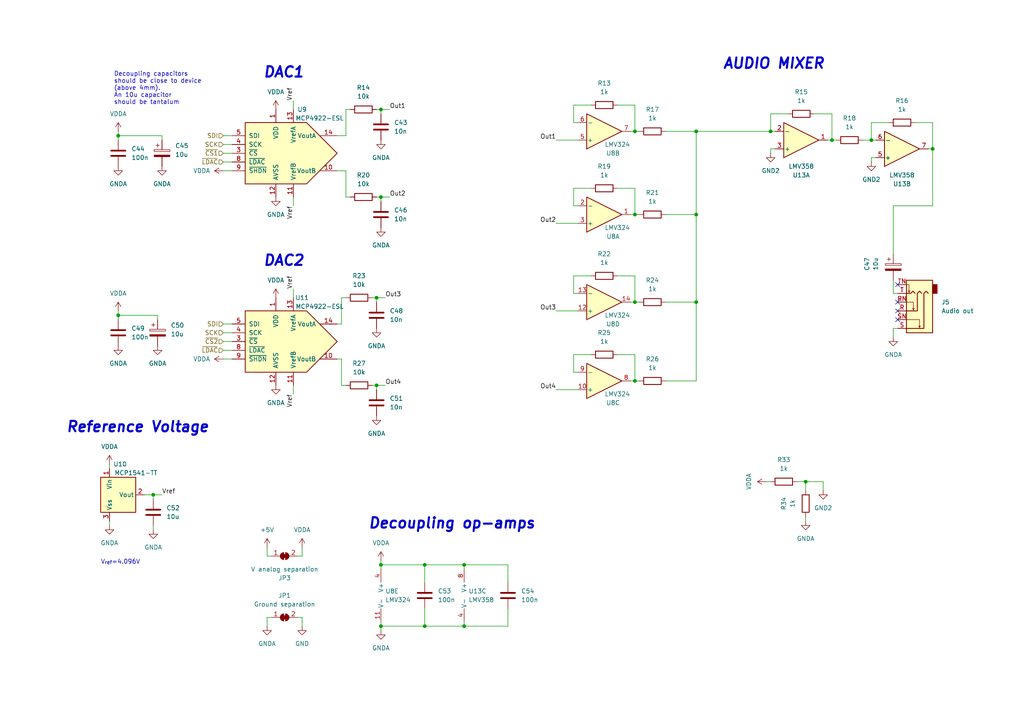
<source format=kicad_sch>
(kicad_sch (version 20231120) (generator "eeschema") (generator_version "8.0")
  (paper "A4")
  (lib_symbols
    (symbol "Amplifier_Operational:LMV324" (pin_names (offset 0.127))
      (property "Reference" "U" (at 0 5.08 0))
      (property "Value" "LMV324" (at 0 -5.08 0))
      (symbol "LMV324_1_1"
        (polyline (pts (xy -5.08 5.08) (xy 5.08 0) (xy -5.08 -5.08) (xy -5.08 5.08)) (stroke (width 0.254)) (fill (type background)))
        (pin output line (at 7.62 0 180) (length 2.54) (name "~") (number "1"))
        (pin input line (at -7.62 -2.54 0) (length 2.54) (name "-") (number "2"))
        (pin input line (at -7.62 2.54 0) (length 2.54) (name "+") (number "3"))
      )
      (symbol "LMV324_2_1"
        (polyline (pts (xy -5.08 5.08) (xy 5.08 0) (xy -5.08 -5.08) (xy -5.08 5.08)) (stroke (width 0.254)) (fill (type background)))
        (pin input line (at -7.62 2.54 0) (length 2.54) (name "+") (number "5"))
        (pin input line (at -7.62 -2.54 0) (length 2.54) (name "-") (number "6"))
        (pin output line (at 7.62 0 180) (length 2.54) (name "~") (number "7"))
      )
      (symbol "LMV324_3_1"
        (polyline (pts (xy -5.08 5.08) (xy 5.08 0) (xy -5.08 -5.08) (xy -5.08 5.08)) (stroke (width 0.254)) (fill (type background)))
        (pin input line (at -7.62 2.54 0) (length 2.54) (name "+") (number "10"))
        (pin output line (at 7.62 0 180) (length 2.54) (name "~") (number "8"))
        (pin input line (at -7.62 -2.54 0) (length 2.54) (name "-") (number "9"))
      )
      (symbol "LMV324_4_1"
        (polyline (pts (xy -5.08 5.08) (xy 5.08 0) (xy -5.08 -5.08) (xy -5.08 5.08)) (stroke (width 0.254)) (fill (type background)))
        (pin input line (at -7.62 2.54 0) (length 2.54) (name "+") (number "12"))
        (pin input line (at -7.62 -2.54 0) (length 2.54) (name "-") (number "13"))
        (pin output line (at 7.62 0 180) (length 2.54) (name "~") (number "14"))
      )
      (symbol "LMV324_5_1"
        (pin power_in line (at -2.54 -7.62 90) (length 3.81) (name "V-") (number "11"))
        (pin power_in line (at -2.54 7.62 270) (length 3.81) (name "V+") (number "4"))
      )
    )
    (symbol "Amplifier_Operational:LMV358" (pin_names (offset 0.127))
      (property "Reference" "U" (at 0 5.08 0))
      (property "Value" "LMV358" (at 0 -5.08 0))
      (symbol "LMV358_1_1"
        (polyline (pts (xy -5.08 5.08) (xy 5.08 0) (xy -5.08 -5.08) (xy -5.08 5.08)) (stroke (width 0.254)) (fill (type background)))
        (pin output line (at 7.62 0 180) (length 2.54) (name "~") (number "1"))
        (pin input line (at -7.62 -2.54 0) (length 2.54) (name "-") (number "2"))
        (pin input line (at -7.62 2.54 0) (length 2.54) (name "+") (number "3"))
      )
      (symbol "LMV358_2_1"
        (polyline (pts (xy -5.08 5.08) (xy 5.08 0) (xy -5.08 -5.08) (xy -5.08 5.08)) (stroke (width 0.254)) (fill (type background)))
        (pin input line (at -7.62 2.54 0) (length 2.54) (name "+") (number "5"))
        (pin input line (at -7.62 -2.54 0) (length 2.54) (name "-") (number "6"))
        (pin output line (at 7.62 0 180) (length 2.54) (name "~") (number "7"))
      )
      (symbol "LMV358_3_1"
        (pin power_in line (at -2.54 -7.62 90) (length 3.81) (name "V-") (number "4"))
        (pin power_in line (at -2.54 7.62 270) (length 3.81) (name "V+") (number "8"))
      )
    )
    (symbol "Analog_DAC:MCP4922-ESL" (pin_names (offset 1.016))
      (property "Reference" "U" (at -10.16 10.16 0))
      (property "Value" "MCP4922-ESL" (at 3.81 10.16 0))
      (symbol "MCP4922-ESL_0_1"
        (polyline (pts (xy -11.43 8.89) (xy 6.35 8.89) (xy 15.24 0) (xy 6.35 -8.89) (xy -11.43 -8.89) (xy -11.43 8.89)) (stroke (width 0.254)) (fill (type background)))
      )
      (symbol "MCP4922-ESL_1_1"
        (pin power_in line (at -2.54 12.7 270) (length 3.81) (name "VDD") (number "1"))
        (pin passive line (at 15.24 -5.08 180) (length 5.08) (name "VoutB") (number "10"))
        (pin passive line (at 2.54 -12.7 90) (length 3.81) (name "VrefB") (number "11"))
        (pin power_in line (at -2.54 -12.7 90) (length 3.81) (name "AVSS") (number "12"))
        (pin passive line (at 2.54 12.7 270) (length 3.81) (name "VrefA") (number "13"))
        (pin passive line (at 15.24 5.08 180) (length 5.08) (name "VoutA") (number "14"))
        (pin no_connect line (at -5.08 -8.89 90) (length 2.54) hide (name "NC") (number "2"))
        (pin input line (at -15.24 0 0) (length 3.81) (name "~{CS}") (number "3"))
        (pin input line (at -15.24 2.54 0) (length 3.81) (name "SCK") (number "4"))
        (pin input line (at -15.24 5.08 0) (length 3.81) (name "SDI") (number "5"))
        (pin no_connect line (at -7.62 -8.89 90) (length 2.54) hide (name "NC") (number "6"))
        (pin no_connect line (at -10.16 -8.89 90) (length 2.54) hide (name "NC") (number "7"))
        (pin input line (at -15.24 -2.54 0) (length 3.81) (name "~{LDAC}") (number "8"))
        (pin input line (at -15.24 -5.08 0) (length 3.81) (name "~{SHDN}") (number "9"))
      )
    )
    (symbol "Connector_Audio:AudioJack3_Switch"
      (property "Reference" "J" (at 0 11.43 0))
      (property "Value" "AudioJack3_Switch" (at 0 8.89 0))
      (symbol "AudioJack3_Switch_0_1"
        (rectangle (start -5.08 -5.08) (end -6.35 -7.62) (stroke (width 0.254)) (fill (type outline)))
        (polyline (pts (xy -1.27 4.826) (xy -1.016 4.318)))
        (polyline (pts (xy 0.508 -0.254) (xy 0.762 -0.762)))
        (polyline (pts (xy 1.778 -5.334) (xy 2.032 -5.842)))
        (polyline (pts (xy 0 -5.08) (xy 0.635 -5.715) (xy 1.27 -5.08) (xy 2.54 -5.08)) (stroke (width 0.254)))
        (polyline (pts (xy 2.54 -7.62) (xy 1.778 -7.62) (xy 1.778 -5.334) (xy 1.524 -5.842)))
        (polyline (pts (xy 2.54 -2.54) (xy 0.508 -2.54) (xy 0.508 -0.254) (xy 0.254 -0.762)))
        (polyline (pts (xy 2.54 2.54) (xy -1.27 2.54) (xy -1.27 4.826) (xy -1.524 4.318)))
        (polyline (pts (xy -1.905 -5.08) (xy -1.27 -5.715) (xy -0.635 -5.08) (xy -0.635 0) (xy 2.54 0)) (stroke (width 0.254)))
        (polyline (pts (xy 2.54 5.08) (xy -2.54 5.08) (xy -2.54 -5.08) (xy -3.175 -5.715) (xy -3.81 -5.08)) (stroke (width 0.254)))
        (rectangle (start 2.54 6.35) (end -5.08 -8.89) (stroke (width 0.254)) (fill (type background)))
      )
      (symbol "AudioJack3_Switch_1_1"
        (pin passive line (at 5.08 0 180) (length 2.54) (name "~") (number "R"))
        (pin passive line (at 5.08 -2.54 180) (length 2.54) (name "~") (number "RN"))
        (pin passive line (at 5.08 5.08 180) (length 2.54) (name "~") (number "S"))
        (pin passive line (at 5.08 2.54 180) (length 2.54) (name "~") (number "SN"))
        (pin passive line (at 5.08 -5.08 180) (length 2.54) (name "~") (number "T"))
        (pin passive line (at 5.08 -7.62 180) (length 2.54) (name "~") (number "TN"))
      )
    )
    (symbol "Device:C" (pin_numbers hide) (pin_names (offset 0.254))
      (property "Reference" "C" (at 0.635 2.54 0))
      (property "Value" "C" (at 0.635 -2.54 0))
      (symbol "C_0_1"
        (polyline (pts (xy -2.032 -0.762) (xy 2.032 -0.762)) (stroke (width 0.508)))
        (polyline (pts (xy -2.032 0.762) (xy 2.032 0.762)) (stroke (width 0.508)))
      )
      (symbol "C_1_1"
        (pin passive line (at 0 3.81 270) (length 2.794) (name "~") (number "1"))
        (pin passive line (at 0 -3.81 90) (length 2.794) (name "~") (number "2"))
      )
    )
    (symbol "Device:C_Polarized" (pin_numbers hide) (pin_names (offset 0.254))
      (property "Reference" "C" (at 0.635 2.54 0))
      (property "Value" "C_Polarized" (at 0.635 -2.54 0))
      (symbol "C_Polarized_0_1"
        (rectangle (start -2.286 0.508) (end 2.286 1.016))
        (polyline (pts (xy -1.778 2.286) (xy -0.762 2.286)))
        (polyline (pts (xy -1.27 2.794) (xy -1.27 1.778)))
        (rectangle (start 2.286 -0.508) (end -2.286 -1.016) (fill (type outline)))
      )
      (symbol "C_Polarized_1_1"
        (pin passive line (at 0 3.81 270) (length 2.794) (name "~") (number "1"))
        (pin passive line (at 0 -3.81 90) (length 2.794) (name "~") (number "2"))
      )
    )
    (symbol "Device:R" (pin_numbers hide) (pin_names (offset 0))
      (property "Reference" "R" (at 2.032 0 90))
      (property "Value" "R" (at 0 0 90))
      (symbol "R_0_1"
        (rectangle (start -1.016 -2.54) (end 1.016 2.54) (stroke (width 0.254)))
      )
      (symbol "R_1_1"
        (pin passive line (at 0 3.81 270) (length 1.27) (name "~") (number "1"))
        (pin passive line (at 0 -3.81 90) (length 1.27) (name "~") (number "2"))
      )
    )
    (symbol "Jumper:SolderJumper_2_Bridged" (pin_names (offset 0) hide)
      (property "Reference" "JP" (at 0 2.032 0))
      (property "Value" "SolderJumper_2_Bridged" (at 0 -2.54 0))
      (symbol "SolderJumper_2_Bridged_0_1"
        (rectangle (start -0.508 0.508) (end 0.508 -0.508) (fill (type outline)))
        (arc (start -0.254 1.016) (mid -1.2656 0) (end -0.254 -1.016))
        (arc (start -0.254 1.016) (mid -1.2656 0) (end -0.254 -1.016) (fill (type outline)))
        (polyline (pts (xy -0.254 1.016) (xy -0.254 -1.016)))
        (polyline (pts (xy 0.254 1.016) (xy 0.254 -1.016)))
        (arc (start 0.254 -1.016) (mid 1.2656 0) (end 0.254 1.016))
        (arc (start 0.254 -1.016) (mid 1.2656 0) (end 0.254 1.016) (fill (type outline)))
      )
      (symbol "SolderJumper_2_Bridged_1_1"
        (pin passive line (at -3.81 0 0) (length 2.54) (name "A") (number "1"))
        (pin passive line (at 3.81 0 180) (length 2.54) (name "B") (number "2"))
      )
    )
    (symbol "Reference_Voltage:MCP1541-TT"
      (property "Reference" "U" (at 1.27 8.255 0))
      (property "Value" "MCP1541-TT" (at 1.27 6.35 0))
      (symbol "MCP1541-TT_0_1"
        (rectangle (start -2.54 5.08) (end 7.62 -5.08) (stroke (width 0.254)) (fill (type background)))
      )
      (symbol "MCP1541-TT_1_1"
        (pin power_in line (at 0 7.62 270) (length 2.54) (name "Vin") (number "1"))
        (pin power_out line (at 10.16 0 180) (length 2.54) (name "Vout") (number "2"))
        (pin power_in line (at 0 -7.62 90) (length 2.54) (name "Vss") (number "3"))
      )
    )
    (symbol "power:+5V" (power) (pin_names (offset 0))
      (property "Value" "+5V" (at 0 3.556 0))
      (symbol "+5V_0_1"
        (polyline (pts (xy -0.762 1.27) (xy 0 2.54)))
        (polyline (pts (xy 0 0) (xy 0 2.54)))
        (polyline (pts (xy 0 2.54) (xy 0.762 1.27)))
      )
      (symbol "+5V_1_1"
        (pin power_in line (at 0 0 90) (length 0) hide (name "+5V") (number "1"))
      )
    )
    (symbol "power:GND" (power) (pin_names (offset 0))
      (property "Value" "GND" (at 0 -3.81 0))
      (symbol "GND_0_1"
        (polyline (pts (xy 0 0) (xy 0 -1.27) (xy 1.27 -1.27) (xy 0 -2.54) (xy -1.27 -1.27) (xy 0 -1.27)))
      )
      (symbol "GND_1_1"
        (pin power_in line (at 0 0 270) (length 0) hide (name "GND") (number "1"))
      )
    )
    (symbol "power:GND2" (power) (pin_numbers hide) (pin_names (offset 0) hide)
      (property "Value" "GND2" (at 0 -3.81 0))
      (symbol "GND2_0_1"
        (polyline (pts (xy 0 0) (xy 0 -1.27) (xy 1.27 -1.27) (xy 0 -2.54) (xy -1.27 -1.27) (xy 0 -1.27)))
      )
      (symbol "GND2_1_1"
        (pin power_in line (at 0 0 270) (length 0) (name "~") (number "1"))
      )
    )
    (symbol "power:GNDA" (power) (pin_names (offset 0))
      (property "Value" "GNDA" (at 0 -3.81 0))
      (symbol "GNDA_0_1"
        (polyline (pts (xy 0 0) (xy 0 -1.27) (xy 1.27 -1.27) (xy 0 -2.54) (xy -1.27 -1.27) (xy 0 -1.27)))
      )
      (symbol "GNDA_1_1"
        (pin power_in line (at 0 0 270) (length 0) hide (name "GNDA") (number "1"))
      )
    )
    (symbol "power:VDDA" (power) (pin_names (offset 0))
      (property "Value" "VDDA" (at 0 3.81 0))
      (symbol "VDDA_0_1"
        (polyline (pts (xy -0.762 1.27) (xy 0 2.54)))
        (polyline (pts (xy 0 0) (xy 0 2.54)))
        (polyline (pts (xy 0 2.54) (xy 0.762 1.27)))
      )
      (symbol "VDDA_1_1"
        (pin power_in line (at 0 0 90) (length 0) hide (name "VDDA") (number "1"))
      )
    )
  )
  (junction (at 44.45 143.51))
  (junction (at 184.15 87.63))
  (junction (at 110.49 181.61))
  (junction (at 134.62 163.83))
  (junction (at 233.68 139.7))
  (junction (at 109.22 86.36))
  (junction (at 252.73 40.64))
  (junction (at 184.15 62.23))
  (junction (at 134.62 181.61))
  (junction (at 184.15 38.1))
  (junction (at 241.3 40.64))
  (junction (at 110.49 57.15))
  (junction (at 34.29 39.37))
  (junction (at 201.93 87.63))
  (junction (at 184.15 110.49))
  (junction (at 123.19 181.61))
  (junction (at 270.51 43.18))
  (junction (at 201.93 38.1))
  (junction (at 34.29 91.44))
  (junction (at 123.19 163.83))
  (junction (at 223.52 38.1))
  (junction (at 110.49 31.75))
  (junction (at 110.49 163.83))
  (junction (at 109.22 111.76))
  (junction (at 201.93 62.23))
  (no_connect (at 260.35 82.55))
  (no_connect (at 260.35 92.71))
  (no_connect (at 260.35 87.63))
  (no_connect (at 260.35 90.17))
  (wire (pts (xy 34.29 38.1) (xy 34.29 39.37)))
  (wire (pts (xy 166.37 30.48) (xy 171.45 30.48)))
  (wire (pts (xy 184.15 110.49) (xy 182.88 110.49)))
  (wire (pts (xy 109.22 111.76) (xy 111.76 111.76)))
  (wire (pts (xy 46.99 39.37) (xy 46.99 40.64)))
  (wire (pts (xy 184.15 38.1) (xy 182.88 38.1)))
  (wire (pts (xy 134.62 180.34) (xy 134.62 181.61)))
  (wire (pts (xy 179.07 30.48) (xy 184.15 30.48)))
  (wire (pts (xy 85.09 59.69) (xy 85.09 57.15)))
  (wire (pts (xy 201.93 62.23) (xy 201.93 87.63)))
  (wire (pts (xy 161.29 90.17) (xy 167.64 90.17)))
  (wire (pts (xy 259.08 85.09) (xy 260.35 85.09)))
  (wire (pts (xy 44.45 143.51) (xy 46.99 143.51)))
  (wire (pts (xy 179.07 102.87) (xy 184.15 102.87)))
  (wire (pts (xy 233.68 139.7) (xy 233.68 142.24)))
  (wire (pts (xy 166.37 35.56) (xy 167.64 35.56)))
  (wire (pts (xy 250.19 40.64) (xy 252.73 40.64)))
  (wire (pts (xy 201.93 38.1) (xy 223.52 38.1)))
  (wire (pts (xy 64.77 99.06) (xy 67.31 99.06)))
  (wire (pts (xy 233.68 139.7) (xy 238.76 139.7)))
  (wire (pts (xy 252.73 35.56) (xy 257.81 35.56)))
  (wire (pts (xy 110.49 180.34) (xy 110.49 181.61)))
  (wire (pts (xy 87.63 161.29) (xy 87.63 158.75)))
  (wire (pts (xy 109.22 113.03) (xy 109.22 111.76)))
  (wire (pts (xy 110.49 58.42) (xy 110.49 57.15)))
  (wire (pts (xy 44.45 143.51) (xy 41.91 143.51)))
  (wire (pts (xy 110.49 57.15) (xy 109.22 57.15)))
  (wire (pts (xy 259.08 95.25) (xy 259.08 97.79)))
  (wire (pts (xy 34.29 91.44) (xy 34.29 92.71)))
  (wire (pts (xy 45.72 91.44) (xy 45.72 92.71)))
  (wire (pts (xy 236.22 33.02) (xy 241.3 33.02)))
  (wire (pts (xy 241.3 33.02) (xy 241.3 40.64)))
  (wire (pts (xy 85.09 29.21) (xy 85.09 31.75)))
  (wire (pts (xy 238.76 142.24) (xy 238.76 139.7)))
  (wire (pts (xy 241.3 40.64) (xy 242.57 40.64)))
  (wire (pts (xy 166.37 107.95) (xy 166.37 102.87)))
  (wire (pts (xy 110.49 162.56) (xy 110.49 163.83)))
  (wire (pts (xy 86.36 179.07) (xy 87.63 179.07)))
  (wire (pts (xy 64.77 104.14) (xy 67.31 104.14)))
  (wire (pts (xy 109.22 111.76) (xy 107.95 111.76)))
  (wire (pts (xy 184.15 87.63) (xy 185.42 87.63)))
  (wire (pts (xy 252.73 40.64) (xy 252.73 35.56)))
  (wire (pts (xy 99.06 104.14) (xy 97.79 104.14)))
  (wire (pts (xy 87.63 179.07) (xy 87.63 181.61)))
  (wire (pts (xy 31.75 152.4) (xy 31.75 151.13)))
  (wire (pts (xy 179.07 80.01) (xy 184.15 80.01)))
  (wire (pts (xy 270.51 35.56) (xy 270.51 43.18)))
  (wire (pts (xy 134.62 163.83) (xy 147.32 163.83)))
  (wire (pts (xy 259.08 81.28) (xy 259.08 85.09)))
  (wire (pts (xy 201.93 110.49) (xy 201.93 87.63)))
  (wire (pts (xy 123.19 181.61) (xy 134.62 181.61)))
  (wire (pts (xy 34.29 91.44) (xy 45.72 91.44)))
  (wire (pts (xy 166.37 85.09) (xy 167.64 85.09)))
  (wire (pts (xy 110.49 181.61) (xy 110.49 182.88)))
  (wire (pts (xy 64.77 41.91) (xy 67.31 41.91)))
  (wire (pts (xy 166.37 85.09) (xy 166.37 80.01)))
  (wire (pts (xy 193.04 110.49) (xy 201.93 110.49)))
  (wire (pts (xy 110.49 181.61) (xy 123.19 181.61)))
  (wire (pts (xy 231.14 139.7) (xy 233.68 139.7)))
  (wire (pts (xy 184.15 110.49) (xy 185.42 110.49)))
  (wire (pts (xy 270.51 43.18) (xy 270.51 59.69)))
  (wire (pts (xy 166.37 35.56) (xy 166.37 30.48)))
  (wire (pts (xy 166.37 102.87) (xy 171.45 102.87)))
  (wire (pts (xy 147.32 163.83) (xy 147.32 168.91)))
  (wire (pts (xy 64.77 96.52) (xy 67.31 96.52)))
  (wire (pts (xy 109.22 87.63) (xy 109.22 86.36)))
  (wire (pts (xy 260.35 95.25) (xy 259.08 95.25)))
  (wire (pts (xy 241.3 40.64) (xy 240.03 40.64)))
  (wire (pts (xy 166.37 54.61) (xy 171.45 54.61)))
  (wire (pts (xy 184.15 102.87) (xy 184.15 110.49)))
  (wire (pts (xy 184.15 62.23) (xy 185.42 62.23)))
  (wire (pts (xy 110.49 57.15) (xy 113.03 57.15)))
  (wire (pts (xy 85.09 111.76) (xy 85.09 114.3)))
  (wire (pts (xy 179.07 54.61) (xy 184.15 54.61)))
  (wire (pts (xy 252.73 40.64) (xy 254 40.64)))
  (wire (pts (xy 110.49 163.83) (xy 110.49 165.1)))
  (wire (pts (xy 184.15 38.1) (xy 185.42 38.1)))
  (wire (pts (xy 193.04 38.1) (xy 201.93 38.1)))
  (wire (pts (xy 77.47 179.07) (xy 77.47 181.61)))
  (wire (pts (xy 193.04 62.23) (xy 201.93 62.23)))
  (wire (pts (xy 100.33 31.75) (xy 100.33 39.37)))
  (wire (pts (xy 265.43 35.56) (xy 270.51 35.56)))
  (wire (pts (xy 31.75 134.62) (xy 31.75 135.89)))
  (wire (pts (xy 270.51 43.18) (xy 269.24 43.18)))
  (wire (pts (xy 223.52 33.02) (xy 228.6 33.02)))
  (wire (pts (xy 97.79 49.53) (xy 100.33 49.53)))
  (wire (pts (xy 223.52 43.18) (xy 223.52 44.45)))
  (wire (pts (xy 77.47 161.29) (xy 78.74 161.29)))
  (wire (pts (xy 64.77 44.45) (xy 67.31 44.45)))
  (wire (pts (xy 99.06 93.98) (xy 97.79 93.98)))
  (wire (pts (xy 44.45 153.67) (xy 44.45 152.4)))
  (wire (pts (xy 44.45 144.78) (xy 44.45 143.51)))
  (wire (pts (xy 77.47 158.75) (xy 77.47 161.29)))
  (wire (pts (xy 134.62 181.61) (xy 147.32 181.61)))
  (wire (pts (xy 123.19 181.61) (xy 123.19 176.53)))
  (wire (pts (xy 259.08 59.69) (xy 270.51 59.69)))
  (wire (pts (xy 64.77 39.37) (xy 67.31 39.37)))
  (wire (pts (xy 184.15 30.48) (xy 184.15 38.1)))
  (wire (pts (xy 34.29 39.37) (xy 34.29 40.64)))
  (wire (pts (xy 166.37 59.69) (xy 167.64 59.69)))
  (wire (pts (xy 147.32 176.53) (xy 147.32 181.61)))
  (wire (pts (xy 184.15 87.63) (xy 182.88 87.63)))
  (wire (pts (xy 99.06 111.76) (xy 99.06 104.14)))
  (wire (pts (xy 110.49 33.02) (xy 110.49 31.75)))
  (wire (pts (xy 101.6 57.15) (xy 100.33 57.15)))
  (wire (pts (xy 100.33 111.76) (xy 99.06 111.76)))
  (wire (pts (xy 184.15 62.23) (xy 182.88 62.23)))
  (wire (pts (xy 78.74 179.07) (xy 77.47 179.07)))
  (wire (pts (xy 166.37 107.95) (xy 167.64 107.95)))
  (wire (pts (xy 123.19 163.83) (xy 134.62 163.83)))
  (wire (pts (xy 222.25 139.7) (xy 223.52 139.7)))
  (wire (pts (xy 97.79 39.37) (xy 100.33 39.37)))
  (wire (pts (xy 34.29 90.17) (xy 34.29 91.44)))
  (wire (pts (xy 109.22 86.36) (xy 111.76 86.36)))
  (wire (pts (xy 161.29 40.64) (xy 167.64 40.64)))
  (wire (pts (xy 223.52 33.02) (xy 223.52 38.1)))
  (wire (pts (xy 166.37 59.69) (xy 166.37 54.61)))
  (wire (pts (xy 252.73 45.72) (xy 252.73 46.99)))
  (wire (pts (xy 224.79 43.18) (xy 223.52 43.18)))
  (wire (pts (xy 64.77 101.6) (xy 67.31 101.6)))
  (wire (pts (xy 224.79 38.1) (xy 223.52 38.1)))
  (wire (pts (xy 64.77 49.53) (xy 67.31 49.53)))
  (wire (pts (xy 85.09 83.82) (xy 85.09 86.36)))
  (wire (pts (xy 184.15 54.61) (xy 184.15 62.23)))
  (wire (pts (xy 161.29 64.77) (xy 167.64 64.77)))
  (wire (pts (xy 34.29 39.37) (xy 46.99 39.37)))
  (wire (pts (xy 123.19 168.91) (xy 123.19 163.83)))
  (wire (pts (xy 123.19 163.83) (xy 110.49 163.83)))
  (wire (pts (xy 259.08 59.69) (xy 259.08 73.66)))
  (wire (pts (xy 201.93 38.1) (xy 201.93 62.23)))
  (wire (pts (xy 86.36 161.29) (xy 87.63 161.29)))
  (wire (pts (xy 100.33 86.36) (xy 99.06 86.36)))
  (wire (pts (xy 64.77 46.99) (xy 67.31 46.99)))
  (wire (pts (xy 110.49 31.75) (xy 113.03 31.75)))
  (wire (pts (xy 101.6 31.75) (xy 100.33 31.75)))
  (wire (pts (xy 64.77 93.98) (xy 67.31 93.98)))
  (wire (pts (xy 134.62 163.83) (xy 134.62 165.1)))
  (wire (pts (xy 99.06 86.36) (xy 99.06 93.98)))
  (wire (pts (xy 254 45.72) (xy 252.73 45.72)))
  (wire (pts (xy 109.22 86.36) (xy 107.95 86.36)))
  (wire (pts (xy 193.04 87.63) (xy 201.93 87.63)))
  (wire (pts (xy 233.68 149.86) (xy 233.68 151.13)))
  (wire (pts (xy 110.49 31.75) (xy 109.22 31.75)))
  (wire (pts (xy 100.33 57.15) (xy 100.33 49.53)))
  (wire (pts (xy 184.15 80.01) (xy 184.15 87.63)))
  (wire (pts (xy 166.37 80.01) (xy 171.45 80.01)))
  (wire (pts (xy 161.29 113.03) (xy 167.64 113.03)))
  (text "AUDIO MIXER" (at 209.55 20.32 0) (effects (font (size 3 3) (thickness 0.6) (bold yes) (italic yes)) (justify left bottom)))
  (text "Reference Voltage" (at 19.05 125.73 0) (effects (font (size 3 3) (thickness 0.6) (bold yes) (italic yes)) (justify left bottom)))
  (text "DAC2" (at 76.2 77.47 0) (effects (font (size 3 3) (thickness 0.6) (bold yes) (italic yes)) (justify left bottom)))
  (text "Decoupling op-amps" (at 106.68 153.67 0) (effects (font (size 3 3) (thickness 0.6) (bold yes) (italic yes)) (justify left bottom)))
  (text "Decoupling capacitors \nshould be close to device\n(above 4mm).\nAn 10u capacitor\nshould be tantalum" (at 33.02 30.48 0) (effects (font (size 1.27 1.27)) (justify left bottom)))
  (text "V_{ref}=4.096V" (at 29.21 163.83 0) (effects (font (size 1.27 1.27)) (justify left bottom)))
  (text "DAC1" (at 76.2 22.86 0) (effects (font (size 3 3) (thickness 0.6) (bold yes) (italic yes)) (justify left bottom)))
  (label "Out1" (at 161.29 40.64 180))
  (label "Out3" (at 111.76 86.36 0))
  (label "Out2" (at 113.03 57.15 0))
  (label "Out4" (at 161.29 113.03 180))
  (label "Vref" (at 46.99 143.51 0))
  (label "Out2" (at 161.29 64.77 180))
  (label "Vref" (at 85.09 114.3 270))
  (label "Out4" (at 111.76 111.76 0))
  (label "Out1" (at 113.03 31.75 0))
  (label "Vref" (at 85.09 29.21 90))
  (label "Vref" (at 85.09 83.82 90))
  (label "Out3" (at 161.29 90.17 180))
  (label "Vref" (at 85.09 59.69 270))
  (hierarchical_label "~{CS2}" (shape input) (at 64.77 99.06 180))
  (hierarchical_label "~{LDAC}" (shape input) (at 64.77 46.99 180))
  (hierarchical_label "SDI" (shape input) (at 64.77 39.37 180))
  (hierarchical_label "SCK" (shape input) (at 64.77 96.52 180))
  (hierarchical_label "~{CS1}" (shape input) (at 64.77 44.45 180))
  (hierarchical_label "SCK" (shape input) (at 64.77 41.91 180))
  (hierarchical_label "SDI" (shape input) (at 64.77 93.98 180))
  (hierarchical_label "~{LDAC}" (shape input) (at 64.77 101.6 180))
  (symbol (lib_id "power:GNDA") (at 45.72 100.33 0) (unit 1)
    (property "Reference" "#PWR011" (effects (hide yes)))
    (property "Value" "GNDA" (at 45.72 105.41 0))
  )
  (symbol (lib_id "power:VDDA") (at 64.77 49.53 90) (unit 1)
    (property "Reference" "#PWR012" (effects (hide yes)))
    (property "Value" "VDDA" (at 60.96 49.53 90) (effects (justify left)))
  )
  (symbol (lib_id "Analog_DAC:MCP4922-ESL") (at 82.55 99.06 0) (unit 1)
    (property "Reference" "U11" (at 87.63 86.36 0))
    (property "Value" "MCP4922-ESL" (at 92.71 88.9 0))
    (property "Footprint" "Package_SO:SOIC-14_3.9x8.7mm_P1.27mm" (effects (hide yes)))
    (property "Datasheet" "http://ww1.microchip.com/downloads/en/devicedoc/21897a.pdf" (effects (hide yes)))
    (property "shop_url" "https://www.tme.eu/pl/details/mcp4922-e_sl/przetworniki-d-a-uklady-scalone/microchip-technology/" (effects (hide yes)))
  )
  (symbol (lib_id "power:VDDA") (at 80.01 31.75 0) (unit 1)
    (property "Reference" "#PWR024" (effects (hide yes)))
    (property "Value" "VDDA" (at 80.01 26.67 0))
  )
  (symbol (lib_id "Device:R") (at 233.68 146.05 0) (mirror x) (unit 1)
    (property "Reference" "R34" (at 227.33 146.05 90))
    (property "Value" "1k" (at 229.87 146.05 90))
    (property "Footprint" "Resistor_SMD:R_0603_1608Metric_Pad0.98x0.95mm_HandSolder" (effects (hide yes)))
    (property "shop_url" "https://allegro.pl/oferta/640szt-zestaw-rezystorow-smd-0603-32-wartosci-11048988499" (effects (hide yes)))
  )
  (symbol (lib_id "power:GND2") (at 238.76 142.24 0) (unit 1)
    (property "Reference" "#PWR033" (effects (hide yes)))
    (property "Value" "GND2" (at 238.76 147.32 0))
    (property "Description" "Power symbol creates a global label with name \"GND2\" , ground" (effects (hide yes)))
  )
  (symbol (lib_id "Amplifier_Operational:LMV324") (at 175.26 62.23 0) (mirror x) (unit 1)
    (property "Reference" "U8" (at 177.8 68.58 0))
    (property "Value" "LMV324" (at 179.07 66.04 0))
    (property "Footprint" "Package_SO:SOIC-14_3.9x8.7mm_P1.27mm" (effects (hide yes)))
    (property "Datasheet" "http://www.ti.com/lit/ds/symlink/lmv324.pdf" (effects (hide yes)))
    (property "shop_url" "https://www.tme.eu/pl/details/lmv324idt/wzmacniacze-operacyjne-smd/stmicroelectronics/" (effects (hide yes)))
  )
  (symbol (lib_id "power:GND2") (at 252.73 46.99 0) (unit 1)
    (property "Reference" "#PWR09" (effects (hide yes)))
    (property "Value" "GND2" (at 252.73 52.07 0))
    (property "Description" "Power symbol creates a global label with name \"GND2\" , ground" (effects (hide yes)))
  )
  (symbol (lib_id "Analog_DAC:MCP4922-ESL") (at 82.55 44.45 0) (unit 1)
    (property "Reference" "U9" (at 87.63 31.75 0))
    (property "Value" "MCP4922-ESL" (at 92.71 34.29 0))
    (property "Footprint" "Package_SO:SOIC-14_3.9x8.7mm_P1.27mm" (effects (hide yes)))
    (property "Datasheet" "http://ww1.microchip.com/downloads/en/devicedoc/21897a.pdf" (effects (hide yes)))
    (property "shop_url" "https://www.tme.eu/pl/details/mcp4922-e_sl/przetworniki-d-a-uklady-scalone/microchip-technology/" (effects (hide yes)))
  )
  (symbol (lib_id "Device:C") (at 110.49 62.23 0) (unit 1)
    (property "Reference" "C46" (at 114.3 60.96 0) (effects (justify left)))
    (property "Value" "10n" (at 114.3 63.5 0) (effects (justify left)))
    (property "Footprint" "Capacitor_SMD:C_0603_1608Metric_Pad1.08x0.95mm_HandSolder" (effects (hide yes)))
    (property "shop_url" "https://www.tme.eu/pl/details/cc0603krx7r7bb103/kondensatory-mlcc-smd/yageo/" (effects (hide yes)))
  )
  (symbol (lib_id "power:GND") (at 87.63 181.61 0) (mirror y) (unit 1)
    (property "Reference" "#PWR010" (effects (hide yes)))
    (property "Value" "GND" (at 87.63 186.69 0))
  )
  (symbol (lib_id "power:GNDA") (at 110.49 40.64 0) (unit 1)
    (property "Reference" "#PWR07" (effects (hide yes)))
    (property "Value" "GNDA" (at 110.49 45.72 0))
  )
  (symbol (lib_id "Device:C") (at 110.49 36.83 0) (unit 1)
    (property "Reference" "C43" (at 114.3 35.56 0) (effects (justify left)))
    (property "Value" "10n" (at 114.3 38.1 0) (effects (justify left)))
    (property "Footprint" "Capacitor_SMD:C_0603_1608Metric_Pad1.08x0.95mm_HandSolder" (effects (hide yes)))
    (property "shop_url" "https://www.tme.eu/pl/details/cc0603krx7r7bb103/kondensatory-mlcc-smd/yageo/" (effects (hide yes)))
  )
  (symbol (lib_id "Amplifier_Operational:LMV358") (at 261.62 43.18 0) (mirror x) (unit 2)
    (property "Reference" "U13" (at 261.62 53.34 0))
    (property "Value" "LMV358" (at 261.62 50.8 0))
    (property "Footprint" "Package_SO:SO-8_3.9x4.9mm_P1.27mm" (effects (hide yes)))
    (property "Datasheet" "http://www.ti.com/lit/ds/symlink/lmv324.pdf" (effects (hide yes)))
    (property "shop_url" "https://www.tme.eu/pl/details/lmv358idt/wzmacniacze-operacyjne-smd/stmicroelectronics/" (effects (hide yes)))
  )
  (symbol (lib_id "power:+5V") (at 77.47 158.75 0) (unit 1)
    (property "Reference" "#PWR05" (effects (hide yes)))
    (property "Value" "+5V" (at 77.47 153.67 0))
  )
  (symbol (lib_id "Device:R") (at 105.41 57.15 270) (unit 1)
    (property "Reference" "R20" (at 105.41 50.8 90))
    (property "Value" "10k" (at 105.41 53.34 90))
    (property "Footprint" "Resistor_SMD:R_0603_1608Metric_Pad0.98x0.95mm_HandSolder" (effects (hide yes)))
    (property "shop_url" "https://allegro.pl/oferta/640szt-zestaw-rezystorow-smd-0603-32-wartosci-11048988499" (effects (hide yes)))
  )
  (symbol (lib_id "Device:C_Polarized") (at 45.72 96.52 0) (unit 1)
    (property "Reference" "C50" (at 49.53 94.361 0) (effects (justify left)))
    (property "Value" "10u" (at 49.53 96.901 0) (effects (justify left)))
    (property "Footprint" "Capacitor_SMD:C_1206_3216Metric_Pad1.33x1.80mm_HandSolder" (effects (hide yes)))
    (property "shop_url" "https://www.tme.eu/pl/details/293d106x96r3a2te3/kondensatory-tantalowe-smd/vishay/" (effects (hide yes)))
  )
  (symbol (lib_id "Device:R") (at 189.23 87.63 270) (unit 1)
    (property "Reference" "R24" (at 189.23 81.28 90))
    (property "Value" "1k" (at 189.23 83.82 90))
    (property "Footprint" "Resistor_SMD:R_0603_1608Metric_Pad0.98x0.95mm_HandSolder" (effects (hide yes)))
    (property "shop_url" "https://allegro.pl/oferta/640szt-zestaw-rezystorow-smd-0603-32-wartosci-11048988499" (effects (hide yes)))
  )
  (symbol (lib_id "Device:C") (at 34.29 44.45 0) (unit 1)
    (property "Reference" "C44" (at 38.1 43.18 0) (effects (justify left)))
    (property "Value" "100n" (at 38.1 45.72 0) (effects (justify left)))
    (property "Footprint" "Capacitor_SMD:C_0603_1608Metric_Pad1.08x0.95mm_HandSolder" (effects (hide yes)))
    (property "shop_url" "https://www.tme.eu/pl/details/cl10b104kb8nnnc/kondensatory-mlcc-smd/samsung/" (effects (hide yes)))
  )
  (symbol (lib_id "Device:C_Polarized") (at 46.99 44.45 0) (unit 1)
    (property "Reference" "C45" (at 50.8 42.291 0) (effects (justify left)))
    (property "Value" "10u" (at 50.8 44.831 0) (effects (justify left)))
    (property "Footprint" "Capacitor_SMD:C_1206_3216Metric_Pad1.33x1.80mm_HandSolder" (effects (hide yes)))
    (property "shop_url" "https://www.tme.eu/pl/details/293d106x96r3a2te3/kondensatory-tantalowe-smd/vishay/" (effects (hide yes)))
  )
  (symbol (lib_id "Device:R") (at 105.41 31.75 270) (unit 1)
    (property "Reference" "R14" (at 105.41 25.4 90))
    (property "Value" "10k" (at 105.41 27.94 90))
    (property "Footprint" "Resistor_SMD:R_0603_1608Metric_Pad0.98x0.95mm_HandSolder" (effects (hide yes)))
    (property "shop_url" "https://allegro.pl/oferta/640szt-zestaw-rezystorow-smd-0603-32-wartosci-11048988499" (effects (hide yes)))
  )
  (symbol (lib_id "power:VDDA") (at 34.29 38.1 0) (unit 1)
    (property "Reference" "#PWR026" (effects (hide yes)))
    (property "Value" "VDDA" (at 34.29 33.02 0))
  )
  (symbol (lib_id "Jumper:SolderJumper_2_Bridged") (at 82.55 161.29 0) (mirror x) (unit 1)
    (property "Reference" "JP3" (at 82.55 167.64 0))
    (property "Value" "V analog separation" (at 82.55 165.1 0))
    (property "Footprint" "Jumper:SolderJumper-2_P1.3mm_Open_RoundedPad1.0x1.5mm" (effects (hide yes)))
    (property "shop_url" "-" (effects (hide yes)))
  )
  (symbol (lib_id "Amplifier_Operational:LMV324") (at 113.03 172.72 0) (unit 5)
    (property "Reference" "U8" (at 111.76 171.45 0) (effects (justify left)))
    (property "Value" "LMV324" (at 111.76 173.99 0) (effects (justify left)))
    (property "Footprint" "Package_SO:SOIC-14_3.9x8.7mm_P1.27mm" (effects (hide yes)))
    (property "Datasheet" "http://www.ti.com/lit/ds/symlink/lmv324.pdf" (effects (hide yes)))
    (property "shop_url" "https://www.tme.eu/pl/details/lmv324idt/wzmacniacze-operacyjne-smd/stmicroelectronics/" (effects (hide yes)))
  )
  (symbol (lib_id "Reference_Voltage:MCP1541-TT") (at 31.75 143.51 0) (unit 1)
    (property "Reference" "U10" (at 36.83 134.62 0) (effects (justify right)))
    (property "Value" "MCP1541-TT" (at 45.72 137.16 0) (effects (justify right)))
    (property "Footprint" "Package_TO_SOT_SMD:SOT-23" (effects (hide yes)))
    (property "Datasheet" "http://ww1.microchip.com/downloads/en/devicedoc/21653b.pdf" (effects (hide yes)))
    (property "shop_url" "https://www.tme.eu/pl/details/mcp1541t-i_tt/zrodla-napiecia-odniesienia-uklady/microchip-technology/" (effects (hide yes)))
  )
  (symbol (lib_id "Device:R") (at 175.26 30.48 270) (unit 1)
    (property "Reference" "R13" (at 175.26 24.13 90))
    (property "Value" "1k" (at 175.26 26.67 90))
    (property "Footprint" "Resistor_SMD:R_0603_1608Metric_Pad0.98x0.95mm_HandSolder" (effects (hide yes)))
    (property "shop_url" "https://allegro.pl/oferta/640szt-zestaw-rezystorow-smd-0603-32-wartosci-11048988499" (effects (hide yes)))
  )
  (symbol (lib_id "power:VDDA") (at 64.77 104.14 90) (unit 1)
    (property "Reference" "#PWR043" (effects (hide yes)))
    (property "Value" "VDDA" (at 60.96 104.14 90) (effects (justify left)))
  )
  (symbol (lib_id "power:GNDA") (at 46.99 48.26 0) (unit 1)
    (property "Reference" "#PWR019" (effects (hide yes)))
    (property "Value" "GNDA" (at 46.99 53.34 0))
  )
  (symbol (lib_id "power:GNDA") (at 31.75 152.4 0) (unit 1)
    (property "Reference" "#PWR044" (effects (hide yes)))
    (property "Value" "GNDA" (at 31.75 157.48 0))
  )
  (symbol (lib_id "Device:R") (at 175.26 80.01 270) (unit 1)
    (property "Reference" "R22" (at 175.26 73.66 90))
    (property "Value" "1k" (at 175.26 76.2 90))
    (property "Footprint" "Resistor_SMD:R_0603_1608Metric_Pad0.98x0.95mm_HandSolder" (effects (hide yes)))
    (property "shop_url" "https://allegro.pl/oferta/640szt-zestaw-rezystorow-smd-0603-32-wartosci-11048988499" (effects (hide yes)))
  )
  (symbol (lib_id "Device:R") (at 189.23 62.23 270) (unit 1)
    (property "Reference" "R21" (at 189.23 55.88 90))
    (property "Value" "1k" (at 189.23 58.42 90))
    (property "Footprint" "Resistor_SMD:R_0603_1608Metric_Pad0.98x0.95mm_HandSolder" (effects (hide yes)))
    (property "shop_url" "https://allegro.pl/oferta/640szt-zestaw-rezystorow-smd-0603-32-wartosci-11048988499" (effects (hide yes)))
  )
  (symbol (lib_id "Device:C_Polarized") (at 259.08 77.47 0) (unit 1)
    (property "Reference" "C47" (at 251.46 76.581 90))
    (property "Value" "10u" (at 254 76.581 90))
    (property "Footprint" "Capacitor_SMD:C_0805_2012Metric_Pad1.18x1.45mm_HandSolder" (effects (hide yes)))
    (property "shop_url" "https://www.tme.eu/pl/details/cl21a106koqnnng/kondensatory-mlcc-smd/samsung/" (effects (hide yes)))
  )
  (symbol (lib_id "Device:R") (at 175.26 102.87 270) (unit 1)
    (property "Reference" "R25" (at 175.26 96.52 90))
    (property "Value" "1k" (at 175.26 99.06 90))
    (property "Footprint" "Resistor_SMD:R_0603_1608Metric_Pad0.98x0.95mm_HandSolder" (effects (hide yes)))
    (property "shop_url" "https://allegro.pl/oferta/640szt-zestaw-rezystorow-smd-0603-32-wartosci-11048988499" (effects (hide yes)))
  )
  (symbol (lib_id "power:GNDA") (at 110.49 66.04 0) (unit 1)
    (property "Reference" "#PWR014" (effects (hide yes)))
    (property "Value" "GNDA" (at 110.49 71.12 0))
  )
  (symbol (lib_id "Jumper:SolderJumper_2_Bridged") (at 82.55 179.07 0) (unit 1)
    (property "Reference" "JP1" (at 82.55 172.72 0))
    (property "Value" "Ground separation" (at 82.55 175.26 0))
    (property "Footprint" "Jumper:SolderJumper-2_P1.3mm_Open_RoundedPad1.0x1.5mm" (effects (hide yes)))
    (property "shop_url" "-" (effects (hide yes)))
  )
  (symbol (lib_id "Device:C") (at 34.29 96.52 0) (unit 1)
    (property "Reference" "C49" (at 38.1 95.25 0) (effects (justify left)))
    (property "Value" "100n" (at 38.1 97.79 0) (effects (justify left)))
    (property "Footprint" "Capacitor_SMD:C_0603_1608Metric_Pad1.08x0.95mm_HandSolder" (effects (hide yes)))
    (property "shop_url" "https://www.tme.eu/pl/details/cl10b104kb8nnnc/kondensatory-mlcc-smd/samsung/" (effects (hide yes)))
  )
  (symbol (lib_id "Device:C") (at 147.32 172.72 0) (unit 1)
    (property "Reference" "C54" (at 151.13 171.45 0) (effects (justify left)))
    (property "Value" "100n" (at 151.13 173.99 0) (effects (justify left)))
    (property "Footprint" "Capacitor_SMD:C_0603_1608Metric_Pad1.08x0.95mm_HandSolder" (effects (hide yes)))
    (property "shop_url" "https://www.tme.eu/pl/details/cl10b104kb8nnnc/kondensatory-mlcc-smd/samsung/" (effects (hide yes)))
  )
  (symbol (lib_id "Device:C") (at 109.22 91.44 0) (unit 1)
    (property "Reference" "C48" (at 113.03 90.17 0) (effects (justify left)))
    (property "Value" "10n" (at 113.03 92.71 0) (effects (justify left)))
    (property "Footprint" "Capacitor_SMD:C_0603_1608Metric_Pad1.08x0.95mm_HandSolder" (effects (hide yes)))
    (property "shop_url" "https://www.tme.eu/pl/details/cc0603krx7r7bb103/kondensatory-mlcc-smd/yageo/" (effects (hide yes)))
  )
  (symbol (lib_id "Amplifier_Operational:LMV358") (at 232.41 40.64 0) (mirror x) (unit 1)
    (property "Reference" "U13" (at 232.41 50.8 0))
    (property "Value" "LMV358" (at 232.41 48.26 0))
    (property "Footprint" "Package_SO:SO-8_3.9x4.9mm_P1.27mm" (effects (hide yes)))
    (property "Datasheet" "http://www.ti.com/lit/ds/symlink/lmv324.pdf" (effects (hide yes)))
    (property "shop_url" "https://www.tme.eu/pl/details/lmv358idt/wzmacniacze-operacyjne-smd/stmicroelectronics/" (effects (hide yes)))
  )
  (symbol (lib_id "power:GND2") (at 223.52 44.45 0) (unit 1)
    (property "Reference" "#PWR08" (effects (hide yes)))
    (property "Value" "GND2" (at 223.52 49.53 0))
    (property "Description" "Power symbol creates a global label with name \"GND2\" , ground" (effects (hide yes)))
  )
  (symbol (lib_id "power:VDDA") (at 222.25 139.7 90) (unit 1)
    (property "Reference" "#PWR04" (effects (hide yes)))
    (property "Value" "VDDA" (at 217.17 139.7 0))
  )
  (symbol (lib_id "Amplifier_Operational:LMV324") (at 175.26 87.63 0) (mirror x) (unit 4)
    (property "Reference" "U8" (at 177.8 93.98 0))
    (property "Value" "LMV324" (at 179.07 91.44 0))
    (property "Footprint" "Package_SO:SOIC-14_3.9x8.7mm_P1.27mm" (effects (hide yes)))
    (property "Datasheet" "http://www.ti.com/lit/ds/symlink/lmv324.pdf" (effects (hide yes)))
    (property "shop_url" "https://www.tme.eu/pl/details/lmv324idt/wzmacniacze-operacyjne-smd/stmicroelectronics/" (effects (hide yes)))
  )
  (symbol (lib_id "power:VDDA") (at 87.63 158.75 0) (unit 1)
    (property "Reference" "#PWR025" (effects (hide yes)))
    (property "Value" "VDDA" (at 87.63 153.67 0))
  )
  (symbol (lib_id "Device:R") (at 189.23 38.1 270) (unit 1)
    (property "Reference" "R17" (at 189.23 31.75 90))
    (property "Value" "1k" (at 189.23 34.29 90))
    (property "Footprint" "Resistor_SMD:R_0603_1608Metric_Pad0.98x0.95mm_HandSolder" (effects (hide yes)))
    (property "shop_url" "https://allegro.pl/oferta/640szt-zestaw-rezystorow-smd-0603-32-wartosci-11048988499" (effects (hide yes)))
  )
  (symbol (lib_id "Device:C") (at 44.45 148.59 0) (unit 1)
    (property "Reference" "C52" (at 48.26 147.32 0) (effects (justify left)))
    (property "Value" "10u" (at 48.26 149.86 0) (effects (justify left)))
    (property "Footprint" "Capacitor_SMD:C_0603_1608Metric_Pad1.08x0.95mm_HandSolder" (effects (hide yes)))
    (property "shop_url" "https://www.tme.eu/pl/details/cl10b104kb8nnnc/kondensatory-mlcc-smd/samsung/" (effects (hide yes)))
  )
  (symbol (lib_id "power:GNDA") (at 110.49 182.88 0) (unit 1)
    (property "Reference" "#PWR028" (effects (hide yes)))
    (property "Value" "GNDA" (at 110.49 187.96 0))
  )
  (symbol (lib_id "Amplifier_Operational:LMV324") (at 175.26 110.49 0) (mirror x) (unit 3)
    (property "Reference" "U8" (at 177.8 116.84 0))
    (property "Value" "LMV324" (at 179.07 114.3 0))
    (property "Footprint" "Package_SO:SOIC-14_3.9x8.7mm_P1.27mm" (effects (hide yes)))
    (property "Datasheet" "http://www.ti.com/lit/ds/symlink/lmv324.pdf" (effects (hide yes)))
    (property "shop_url" "https://www.tme.eu/pl/details/lmv324idt/wzmacniacze-operacyjne-smd/stmicroelectronics/" (effects (hide yes)))
  )
  (symbol (lib_id "Amplifier_Operational:LMV324") (at 175.26 38.1 0) (mirror x) (unit 2)
    (property "Reference" "U8" (at 177.8 44.45 0))
    (property "Value" "LMV324" (at 179.07 41.91 0))
    (property "Footprint" "Package_SO:SOIC-14_3.9x8.7mm_P1.27mm" (effects (hide yes)))
    (property "Datasheet" "http://www.ti.com/lit/ds/symlink/lmv324.pdf" (effects (hide yes)))
    (property "shop_url" "https://www.tme.eu/pl/details/lmv324idt/wzmacniacze-operacyjne-smd/stmicroelectronics/" (effects (hide yes)))
  )
  (symbol (lib_id "Device:C") (at 109.22 116.84 0) (unit 1)
    (property "Reference" "C51" (at 113.03 115.57 0) (effects (justify left)))
    (property "Value" "10n" (at 113.03 118.11 0) (effects (justify left)))
    (property "Footprint" "Capacitor_SMD:C_0603_1608Metric_Pad1.08x0.95mm_HandSolder" (effects (hide yes)))
    (property "shop_url" "https://www.tme.eu/pl/details/cc0603krx7r7bb103/kondensatory-mlcc-smd/yageo/" (effects (hide yes)))
  )
  (symbol (lib_id "power:GNDA") (at 77.47 181.61 0) (unit 1)
    (property "Reference" "#PWR037" (effects (hide yes)))
    (property "Value" "GNDA" (at 77.47 186.69 0))
  )
  (symbol (lib_id "power:VDDA") (at 31.75 134.62 0) (unit 1)
    (property "Reference" "#PWR045" (effects (hide yes)))
    (property "Value" "VDDA" (at 31.75 129.54 0))
  )
  (symbol (lib_id "Device:R") (at 261.62 35.56 270) (unit 1)
    (property "Reference" "R16" (at 261.62 29.21 90))
    (property "Value" "1k" (at 261.62 31.75 90))
    (property "Footprint" "Resistor_SMD:R_0603_1608Metric_Pad0.98x0.95mm_HandSolder" (effects (hide yes)))
    (property "shop_url" "https://allegro.pl/oferta/640szt-zestaw-rezystorow-smd-0603-32-wartosci-11048988499" (effects (hide yes)))
  )
  (symbol (lib_id "Connector_Audio:AudioJack3_Switch") (at 265.43 90.17 180) (unit 1)
    (property "Reference" "J5" (at 273.05 87.63 0) (effects (justify right)))
    (property "Value" "Audio out" (at 273.05 90.17 0) (effects (justify right)))
    (property "Footprint" "Connector_Audio:Jack_6.35mm_Neutrik_NMJ6HFD2_Horizontal" (effects (hide yes)))
    (property "shop_url" "https://www.tme.eu/pl/details/ntr-nmj6hfd2/zlacza-jack/neutrik/nmj6hfd2/" (effects (hide yes)))
  )
  (symbol (lib_id "power:GNDA") (at 109.22 95.25 0) (unit 1)
    (property "Reference" "#PWR018" (effects (hide yes)))
    (property "Value" "GNDA" (at 109.22 100.33 0))
  )
  (symbol (lib_id "Device:R") (at 175.26 54.61 270) (unit 1)
    (property "Reference" "R19" (at 175.26 48.26 90))
    (property "Value" "1k" (at 175.26 50.8 90))
    (property "Footprint" "Resistor_SMD:R_0603_1608Metric_Pad0.98x0.95mm_HandSolder" (effects (hide yes)))
    (property "shop_url" "https://allegro.pl/oferta/640szt-zestaw-rezystorow-smd-0603-32-wartosci-11048988499" (effects (hide yes)))
  )
  (symbol (lib_id "Device:R") (at 232.41 33.02 270) (unit 1)
    (property "Reference" "R15" (at 232.41 26.67 90))
    (property "Value" "1k" (at 232.41 29.21 90))
    (property "Footprint" "Resistor_SMD:R_0603_1608Metric_Pad0.98x0.95mm_HandSolder" (effects (hide yes)))
    (property "shop_url" "https://allegro.pl/oferta/640szt-zestaw-rezystorow-smd-0603-32-wartosci-11048988499" (effects (hide yes)))
  )
  (symbol (lib_id "power:GNDA") (at 259.08 97.79 0) (unit 1)
    (property "Reference" "#PWR015" (effects (hide yes)))
    (property "Value" "GNDA" (at 259.08 102.87 0))
  )
  (symbol (lib_id "power:GNDA") (at 233.68 151.13 0) (unit 1)
    (property "Reference" "#PWR030" (effects (hide yes)))
    (property "Value" "GNDA" (at 233.68 156.21 0))
  )
  (symbol (lib_id "Device:R") (at 227.33 139.7 270) (unit 1)
    (property "Reference" "R33" (at 227.33 133.35 90))
    (property "Value" "1k" (at 227.33 135.89 90))
    (property "Footprint" "Resistor_SMD:R_0603_1608Metric_Pad0.98x0.95mm_HandSolder" (effects (hide yes)))
    (property "shop_url" "https://allegro.pl/oferta/640szt-zestaw-rezystorow-smd-0603-32-wartosci-11048988499" (effects (hide yes)))
  )
  (symbol (lib_id "Device:R") (at 246.38 40.64 270) (unit 1)
    (property "Reference" "R18" (at 246.38 34.29 90))
    (property "Value" "1k" (at 246.38 36.83 90))
    (property "Footprint" "Resistor_SMD:R_0603_1608Metric_Pad0.98x0.95mm_HandSolder" (effects (hide yes)))
    (property "shop_url" "https://allegro.pl/oferta/640szt-zestaw-rezystorow-smd-0603-32-wartosci-11048988499" (effects (hide yes)))
  )
  (symbol (lib_id "power:GNDA") (at 80.01 57.15 0) (unit 1)
    (property "Reference" "#PWR020" (effects (hide yes)))
    (property "Value" "GNDA" (at 80.01 62.23 0))
  )
  (symbol (lib_id "Device:R") (at 104.14 86.36 270) (unit 1)
    (property "Reference" "R23" (at 104.14 80.01 90))
    (property "Value" "10k" (at 104.14 82.55 90))
    (property "Footprint" "Resistor_SMD:R_0603_1608Metric_Pad0.98x0.95mm_HandSolder" (effects (hide yes)))
    (property "shop_url" "https://allegro.pl/oferta/640szt-zestaw-rezystorow-smd-0603-32-wartosci-11048988499" (effects (hide yes)))
  )
  (symbol (lib_id "power:GNDA") (at 80.01 111.76 0) (unit 1)
    (property "Reference" "#PWR022" (effects (hide yes)))
    (property "Value" "GNDA" (at 80.01 116.84 0))
  )
  (symbol (lib_id "power:VDDA") (at 80.01 86.36 0) (unit 1)
    (property "Reference" "#PWR017" (effects (hide yes)))
    (property "Value" "VDDA" (at 80.01 81.28 0))
  )
  (symbol (lib_id "power:GNDA") (at 44.45 153.67 0) (unit 1)
    (property "Reference" "#PWR021" (effects (hide yes)))
    (property "Value" "GNDA" (at 44.45 158.75 0))
  )
  (symbol (lib_id "Device:R") (at 104.14 111.76 270) (unit 1)
    (property "Reference" "R27" (at 104.14 105.41 90))
    (property "Value" "10k" (at 104.14 107.95 90))
    (property "Footprint" "Resistor_SMD:R_0603_1608Metric_Pad0.98x0.95mm_HandSolder" (effects (hide yes)))
    (property "shop_url" "https://allegro.pl/oferta/640szt-zestaw-rezystorow-smd-0603-32-wartosci-11048988499" (effects (hide yes)))
  )
  (symbol (lib_id "Amplifier_Operational:LMV358") (at 137.16 172.72 0) (unit 3)
    (property "Reference" "U13" (at 135.89 171.45 0) (effects (justify left)))
    (property "Value" "LMV358" (at 135.89 173.99 0) (effects (justify left)))
    (property "Footprint" "Package_SO:SO-8_3.9x4.9mm_P1.27mm" (effects (hide yes)))
    (property "Datasheet" "http://www.ti.com/lit/ds/symlink/lmv324.pdf" (effects (hide yes)))
    (property "shop_url" "https://www.tme.eu/pl/details/lmv358idt/wzmacniacze-operacyjne-smd/stmicroelectronics/" (effects (hide yes)))
  )
  (symbol (lib_id "power:VDDA") (at 34.29 90.17 0) (unit 1)
    (property "Reference" "#PWR016" (effects (hide yes)))
    (property "Value" "VDDA" (at 34.29 85.09 0))
  )
  (symbol (lib_id "power:GNDA") (at 109.22 120.65 0) (unit 1)
    (property "Reference" "#PWR023" (effects (hide yes)))
    (property "Value" "GNDA" (at 109.22 125.73 0))
  )
  (symbol (lib_id "Device:C") (at 123.19 172.72 0) (unit 1)
    (property "Reference" "C53" (at 127 171.45 0) (effects (justify left)))
    (property "Value" "100n" (at 127 173.99 0) (effects (justify left)))
    (property "Footprint" "Capacitor_SMD:C_0603_1608Metric_Pad1.08x0.95mm_HandSolder" (effects (hide yes)))
    (property "shop_url" "https://www.tme.eu/pl/details/cl10b104kb8nnnc/kondensatory-mlcc-smd/samsung/" (effects (hide yes)))
  )
  (symbol (lib_id "power:VDDA") (at 110.49 162.56 0) (unit 1)
    (property "Reference" "#PWR027" (effects (hide yes)))
    (property "Value" "VDDA" (at 110.49 157.48 0))
  )
  (symbol (lib_id "Device:R") (at 189.23 110.49 270) (unit 1)
    (property "Reference" "R26" (at 189.23 104.14 90))
    (property "Value" "1k" (at 189.23 106.68 90))
    (property "Footprint" "Resistor_SMD:R_0603_1608Metric_Pad0.98x0.95mm_HandSolder" (effects (hide yes)))
    (property "shop_url" "https://allegro.pl/oferta/640szt-zestaw-rezystorow-smd-0603-32-wartosci-11048988499" (effects (hide yes)))
  )
  (symbol (lib_id "power:GNDA") (at 34.29 100.33 0) (unit 1)
    (property "Reference" "#PWR036" (effects (hide yes)))
    (property "Value" "GNDA" (at 34.29 105.41 0))
  )
  (symbol (lib_id "power:GNDA") (at 34.29 48.26 0) (unit 1)
    (property "Reference" "#PWR013" (effects (hide yes)))
    (property "Value" "GNDA" (at 34.29 53.34 0))
  )
)
</source>
